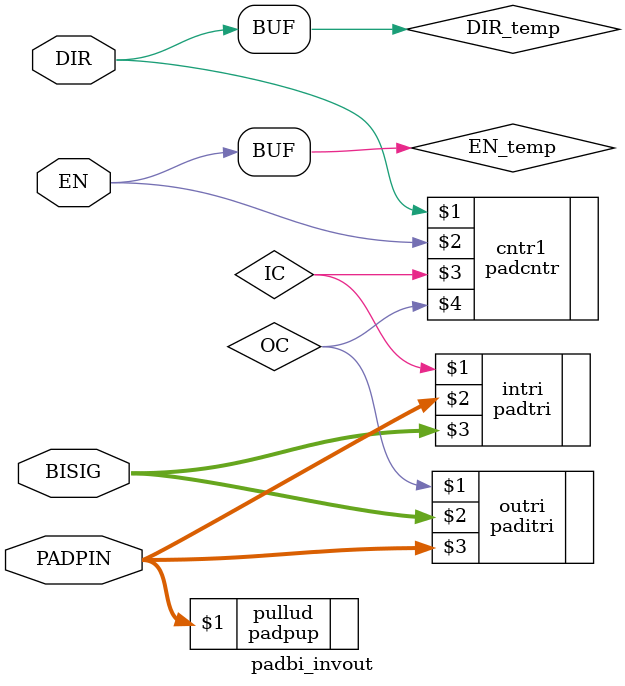
<source format=v>
module padbi_invout(EN,DIR,BISIG,PADPIN);
  parameter M = 7;
  parameter N = 0;
  parameter SLIM_FLAG = 0;
  parameter OUTDRIVE = "4MA";
  parameter LEVEL_SHIFTING = 0;
  parameter SCHMITT_TRIGGER = 0;
  parameter PULL_TYPE = "None";
  parameter
        d_EN_r = 0,
        d_EN_f = 0,
        d_DIR_r = 0,
        d_DIR_f = 0,
        d_BISIG = 1,
        d_PADPIN = 1;
  input  EN;
  input  DIR;
  inout [M:N] BISIG;
  inout [M:N] PADPIN;
  wire  EN_temp;
  wire  DIR_temp;
  wire [M:N] BISIG_temp;
  wire [M:N] PADPIN_temp;
  wire  IC;
  wire  OC;
  assign #(d_EN_r,d_EN_f) EN_temp = EN;
  assign #(d_DIR_r,d_DIR_f) DIR_temp = DIR;
  padpup #(M,N,PULL_TYPE) pullud (PADPIN);
  paditri #(M,N) outri (OC,BISIG,PADPIN);
  padtri #(M,N) intri (IC,PADPIN,BISIG);
  padcntr cntr1 (DIR_temp,EN_temp,IC,OC);
endmodule

</source>
